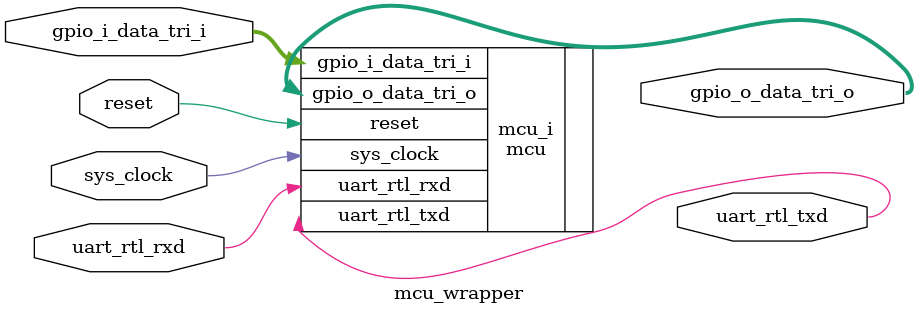
<source format=v>
`timescale 1 ps / 1 ps

module mcu_wrapper
   (gpio_i_data_tri_i,
    gpio_o_data_tri_o,
    reset,
    sys_clock,
    uart_rtl_rxd,
    uart_rtl_txd);
  input [31:0]gpio_i_data_tri_i;
  output [31:0]gpio_o_data_tri_o;
  input reset;
  input sys_clock;
  input uart_rtl_rxd;
  output uart_rtl_txd;

  wire [31:0]gpio_i_data_tri_i;
  wire [31:0]gpio_o_data_tri_o;
  wire reset;
  wire sys_clock;
  wire uart_rtl_rxd;
  wire uart_rtl_txd;

  mcu mcu_i
       (.gpio_i_data_tri_i(gpio_i_data_tri_i),
        .gpio_o_data_tri_o(gpio_o_data_tri_o),
        .reset(reset),
        .sys_clock(sys_clock),
        .uart_rtl_rxd(uart_rtl_rxd),
        .uart_rtl_txd(uart_rtl_txd));
endmodule

</source>
